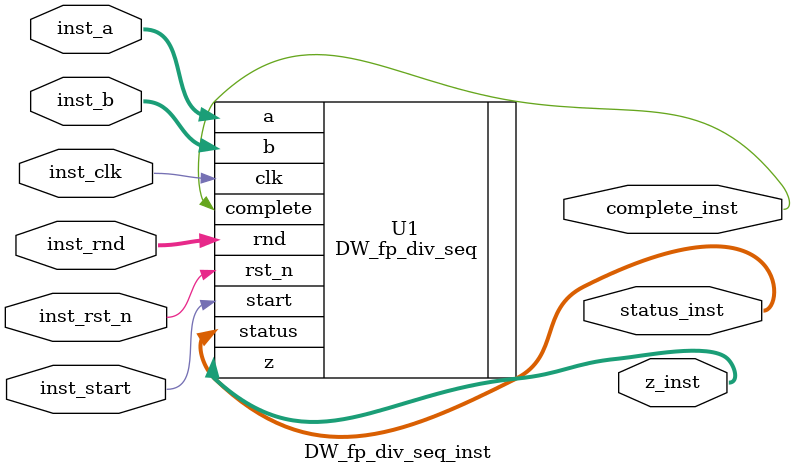
<source format=v>
module DW_fp_div_seq_inst( inst_a, inst_b, inst_rnd, inst_clk, inst_rst_n, 
		inst_start, z_inst, status_inst, complete_inst );

parameter inst_sig_width = 23;
parameter inst_exp_width = 8;
parameter inst_ieee_compliance = 0;
parameter inst_num_cyc = 4;
parameter inst_rst_mode = 0;
parameter inst_input_mode = 1;
parameter inst_output_mode = 1;
parameter inst_early_start = 0;
parameter inst_internal_reg = 1;


input [inst_sig_width+inst_exp_width : 0] inst_a;
input [inst_sig_width+inst_exp_width : 0] inst_b;
input [2 : 0] inst_rnd;
input inst_clk;
input inst_rst_n;
input inst_start;
output [inst_sig_width+inst_exp_width : 0] z_inst;
output [7 : 0] status_inst;
output complete_inst;

    // Instance of DW_fp_div_seq
    DW_fp_div_seq #(inst_sig_width, inst_exp_width, inst_ieee_compliance, inst_num_cyc, inst_rst_mode, inst_input_mode, inst_output_mode, inst_early_start, inst_internal_reg) U1 (
		.a(inst_a),
		.b(inst_b),
		.rnd(inst_rnd),
		.clk(inst_clk),
		.rst_n(inst_rst_n),
		.start(inst_start),
		.z(z_inst),
		.status(status_inst),
		.complete(complete_inst) );

endmodule

</source>
